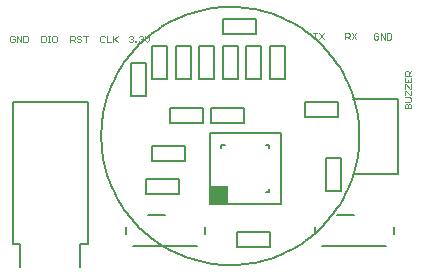
<source format=gto>
G75*
%MOIN*%
%OFA0B0*%
%FSLAX24Y24*%
%IPPOS*%
%LPD*%
%AMOC8*
5,1,8,0,0,1.08239X$1,22.5*
%
%ADD10C,0.0020*%
%ADD11C,0.0050*%
%ADD12C,0.0060*%
%ADD13R,0.0591X0.0591*%
%ADD14C,0.0080*%
D10*
X001145Y007624D02*
X001217Y007624D01*
X001253Y007660D01*
X001253Y007732D01*
X001181Y007732D01*
X001109Y007804D02*
X001109Y007660D01*
X001145Y007624D01*
X001326Y007624D02*
X001326Y007840D01*
X001471Y007624D01*
X001471Y007840D01*
X001544Y007840D02*
X001652Y007840D01*
X001688Y007804D01*
X001688Y007660D01*
X001652Y007624D01*
X001544Y007624D01*
X001544Y007840D01*
X001253Y007804D02*
X001217Y007840D01*
X001145Y007840D01*
X001109Y007804D01*
X002145Y007840D02*
X002145Y007624D01*
X002253Y007624D01*
X002289Y007660D01*
X002289Y007804D01*
X002253Y007840D01*
X002145Y007840D01*
X002362Y007840D02*
X002435Y007840D01*
X002399Y007840D02*
X002399Y007624D01*
X002435Y007624D02*
X002362Y007624D01*
X002508Y007660D02*
X002508Y007804D01*
X002544Y007840D01*
X002616Y007840D01*
X002652Y007804D01*
X002652Y007660D01*
X002616Y007624D01*
X002544Y007624D01*
X002508Y007660D01*
X003109Y007624D02*
X003109Y007840D01*
X003217Y007840D01*
X003253Y007804D01*
X003253Y007732D01*
X003217Y007696D01*
X003109Y007696D01*
X003181Y007696D02*
X003253Y007624D01*
X003326Y007660D02*
X003362Y007624D01*
X003434Y007624D01*
X003471Y007660D01*
X003471Y007696D01*
X003434Y007732D01*
X003362Y007732D01*
X003326Y007768D01*
X003326Y007804D01*
X003362Y007840D01*
X003434Y007840D01*
X003471Y007804D01*
X003544Y007840D02*
X003688Y007840D01*
X003616Y007840D02*
X003616Y007624D01*
X004109Y007660D02*
X004145Y007624D01*
X004217Y007624D01*
X004253Y007660D01*
X004326Y007624D02*
X004471Y007624D01*
X004544Y007624D02*
X004544Y007840D01*
X004580Y007732D02*
X004688Y007624D01*
X004544Y007696D02*
X004688Y007840D01*
X004326Y007840D02*
X004326Y007624D01*
X004253Y007804D02*
X004217Y007840D01*
X004145Y007840D01*
X004109Y007804D01*
X004109Y007660D01*
X005054Y007660D02*
X005090Y007624D01*
X005163Y007624D01*
X005199Y007660D01*
X005199Y007696D01*
X005163Y007732D01*
X005126Y007732D01*
X005163Y007732D02*
X005199Y007768D01*
X005199Y007804D01*
X005163Y007840D01*
X005090Y007840D01*
X005054Y007804D01*
X005272Y007660D02*
X005308Y007660D01*
X005308Y007624D01*
X005272Y007624D01*
X005272Y007660D01*
X005381Y007660D02*
X005417Y007624D01*
X005489Y007624D01*
X005525Y007660D01*
X005525Y007696D01*
X005489Y007732D01*
X005453Y007732D01*
X005489Y007732D02*
X005525Y007768D01*
X005525Y007804D01*
X005489Y007840D01*
X005417Y007840D01*
X005381Y007804D01*
X005598Y007840D02*
X005598Y007696D01*
X005670Y007624D01*
X005742Y007696D01*
X005742Y007840D01*
X011188Y007941D02*
X011332Y007941D01*
X011260Y007941D02*
X011260Y007724D01*
X011405Y007724D02*
X011550Y007941D01*
X011405Y007941D02*
X011550Y007724D01*
X012271Y007724D02*
X012271Y007941D01*
X012379Y007941D01*
X012415Y007905D01*
X012415Y007833D01*
X012379Y007797D01*
X012271Y007797D01*
X012343Y007797D02*
X012415Y007724D01*
X012488Y007724D02*
X012632Y007941D01*
X012488Y007941D02*
X012632Y007724D01*
X013235Y007758D02*
X013271Y007722D01*
X013343Y007722D01*
X013379Y007758D01*
X013379Y007831D01*
X013307Y007831D01*
X013379Y007903D02*
X013343Y007939D01*
X013271Y007939D01*
X013235Y007903D01*
X013235Y007758D01*
X013452Y007722D02*
X013452Y007939D01*
X013596Y007722D01*
X013596Y007939D01*
X013670Y007939D02*
X013778Y007939D01*
X013814Y007903D01*
X013814Y007758D01*
X013778Y007722D01*
X013670Y007722D01*
X013670Y007939D01*
X014298Y006660D02*
X014370Y006660D01*
X014406Y006624D01*
X014406Y006516D01*
X014406Y006588D02*
X014478Y006660D01*
X014298Y006660D02*
X014262Y006624D01*
X014262Y006516D01*
X014478Y006516D01*
X014478Y006442D02*
X014478Y006298D01*
X014262Y006298D01*
X014262Y006442D01*
X014370Y006370D02*
X014370Y006298D01*
X014298Y006225D02*
X014442Y006081D01*
X014478Y006081D01*
X014478Y006225D01*
X014298Y006225D02*
X014262Y006225D01*
X014262Y006081D01*
X014262Y006007D02*
X014298Y006007D01*
X014442Y005863D01*
X014478Y005863D01*
X014478Y006007D01*
X014262Y006007D02*
X014262Y005863D01*
X014262Y005790D02*
X014442Y005790D01*
X014478Y005754D01*
X014478Y005682D01*
X014442Y005646D01*
X014262Y005646D01*
X014298Y005572D02*
X014334Y005572D01*
X014370Y005536D01*
X014370Y005428D01*
X014478Y005428D02*
X014478Y005536D01*
X014442Y005572D01*
X014406Y005572D01*
X014370Y005536D01*
X014298Y005572D02*
X014262Y005536D01*
X014262Y005428D01*
X014478Y005428D01*
D11*
X001445Y000899D02*
X001195Y000899D01*
X001195Y005649D01*
X003695Y005649D01*
X003695Y000899D01*
X003445Y000899D01*
X003445Y000149D01*
X001445Y000149D02*
X001445Y000899D01*
X005629Y002582D02*
X005629Y003082D01*
X006729Y003082D01*
X006729Y002582D01*
X005629Y002582D01*
X005826Y003665D02*
X005826Y004165D01*
X006926Y004165D01*
X006926Y003665D01*
X005826Y003665D01*
X006416Y004945D02*
X006416Y005445D01*
X007516Y005445D01*
X007516Y004945D01*
X006416Y004945D01*
X007754Y004604D02*
X010116Y004604D01*
X010116Y002242D01*
X007754Y002242D01*
X007754Y004604D01*
X007794Y004945D02*
X007794Y005445D01*
X008894Y005445D01*
X008894Y004945D01*
X007794Y004945D01*
X004143Y004506D02*
X004145Y004637D01*
X004151Y004767D01*
X004161Y004897D01*
X004175Y005027D01*
X004192Y005156D01*
X004214Y005285D01*
X004240Y005413D01*
X004269Y005540D01*
X004302Y005666D01*
X004340Y005791D01*
X004380Y005915D01*
X004425Y006038D01*
X004473Y006159D01*
X004525Y006279D01*
X004581Y006397D01*
X004640Y006513D01*
X004703Y006628D01*
X004769Y006740D01*
X004838Y006851D01*
X004911Y006959D01*
X004987Y007065D01*
X005067Y007169D01*
X005149Y007270D01*
X005234Y007369D01*
X005323Y007465D01*
X005414Y007558D01*
X005508Y007649D01*
X005605Y007736D01*
X005704Y007821D01*
X005806Y007902D01*
X005910Y007981D01*
X006017Y008056D01*
X006126Y008128D01*
X006237Y008197D01*
X006350Y008262D01*
X006465Y008324D01*
X006582Y008382D01*
X006700Y008437D01*
X006820Y008488D01*
X006942Y008535D01*
X007065Y008579D01*
X007189Y008619D01*
X007314Y008655D01*
X007441Y008688D01*
X007568Y008716D01*
X007696Y008741D01*
X007825Y008761D01*
X007955Y008778D01*
X008084Y008791D01*
X008215Y008800D01*
X008345Y008805D01*
X008476Y008806D01*
X008606Y008803D01*
X008736Y008796D01*
X008867Y008785D01*
X008996Y008770D01*
X009125Y008752D01*
X009254Y008729D01*
X009382Y008702D01*
X009509Y008672D01*
X009635Y008638D01*
X009759Y008600D01*
X009883Y008558D01*
X010005Y008512D01*
X010126Y008463D01*
X010245Y008410D01*
X010363Y008353D01*
X010479Y008293D01*
X010593Y008230D01*
X010705Y008163D01*
X010815Y008093D01*
X010923Y008019D01*
X011028Y007942D01*
X011131Y007862D01*
X011232Y007779D01*
X011330Y007693D01*
X011425Y007604D01*
X011518Y007512D01*
X011608Y007417D01*
X011695Y007320D01*
X011779Y007220D01*
X011859Y007117D01*
X011937Y007012D01*
X012012Y006905D01*
X012083Y006796D01*
X012150Y006684D01*
X012215Y006571D01*
X012276Y006455D01*
X012333Y006338D01*
X012387Y006219D01*
X012437Y006099D01*
X012484Y005977D01*
X012526Y005853D01*
X012565Y005729D01*
X012601Y005603D01*
X012632Y005476D01*
X012660Y005349D01*
X012683Y005221D01*
X012703Y005092D01*
X012719Y004962D01*
X012731Y004832D01*
X012739Y004702D01*
X012743Y004571D01*
X012743Y004441D01*
X012739Y004310D01*
X012731Y004180D01*
X012719Y004050D01*
X012703Y003920D01*
X012683Y003791D01*
X012660Y003663D01*
X012632Y003536D01*
X012601Y003409D01*
X012565Y003283D01*
X012526Y003159D01*
X012484Y003035D01*
X012437Y002913D01*
X012387Y002793D01*
X012333Y002674D01*
X012276Y002557D01*
X012215Y002441D01*
X012150Y002328D01*
X012083Y002216D01*
X012012Y002107D01*
X011937Y002000D01*
X011859Y001895D01*
X011779Y001792D01*
X011695Y001692D01*
X011608Y001595D01*
X011518Y001500D01*
X011425Y001408D01*
X011330Y001319D01*
X011232Y001233D01*
X011131Y001150D01*
X011028Y001070D01*
X010923Y000993D01*
X010815Y000919D01*
X010705Y000849D01*
X010593Y000782D01*
X010479Y000719D01*
X010363Y000659D01*
X010245Y000602D01*
X010126Y000549D01*
X010005Y000500D01*
X009883Y000454D01*
X009759Y000412D01*
X009635Y000374D01*
X009509Y000340D01*
X009382Y000310D01*
X009254Y000283D01*
X009125Y000260D01*
X008996Y000242D01*
X008867Y000227D01*
X008736Y000216D01*
X008606Y000209D01*
X008476Y000206D01*
X008345Y000207D01*
X008215Y000212D01*
X008084Y000221D01*
X007955Y000234D01*
X007825Y000251D01*
X007696Y000271D01*
X007568Y000296D01*
X007441Y000324D01*
X007314Y000357D01*
X007189Y000393D01*
X007065Y000433D01*
X006942Y000477D01*
X006820Y000524D01*
X006700Y000575D01*
X006582Y000630D01*
X006465Y000688D01*
X006350Y000750D01*
X006237Y000815D01*
X006126Y000884D01*
X006017Y000956D01*
X005910Y001031D01*
X005806Y001110D01*
X005704Y001191D01*
X005605Y001276D01*
X005508Y001363D01*
X005414Y001454D01*
X005323Y001547D01*
X005234Y001643D01*
X005149Y001742D01*
X005067Y001843D01*
X004987Y001947D01*
X004911Y002053D01*
X004838Y002161D01*
X004769Y002272D01*
X004703Y002384D01*
X004640Y002499D01*
X004581Y002615D01*
X004525Y002733D01*
X004473Y002853D01*
X004425Y002974D01*
X004380Y003097D01*
X004340Y003221D01*
X004302Y003346D01*
X004269Y003472D01*
X004240Y003599D01*
X004214Y003727D01*
X004192Y003856D01*
X004175Y003985D01*
X004161Y004115D01*
X004151Y004245D01*
X004145Y004375D01*
X004143Y004506D01*
X005142Y005826D02*
X005642Y005826D01*
X005642Y006926D01*
X005142Y006926D01*
X005142Y005826D01*
X005831Y006416D02*
X005831Y007516D01*
X006331Y007516D01*
X006331Y006416D01*
X005831Y006416D01*
X006618Y006416D02*
X006618Y007516D01*
X007118Y007516D01*
X007118Y006416D01*
X006618Y006416D01*
X007405Y006416D02*
X007405Y007516D01*
X007905Y007516D01*
X007905Y006416D01*
X007405Y006416D01*
X008193Y006416D02*
X008693Y006416D01*
X008693Y007516D01*
X008193Y007516D01*
X008193Y006416D01*
X008980Y006416D02*
X009480Y006416D01*
X009480Y007516D01*
X008980Y007516D01*
X008980Y006416D01*
X009768Y006416D02*
X010268Y006416D01*
X010268Y007516D01*
X009768Y007516D01*
X009768Y006416D01*
X010944Y005642D02*
X012044Y005642D01*
X012044Y005142D01*
X010944Y005142D01*
X010944Y005642D01*
X012543Y005756D02*
X014043Y005756D01*
X014043Y003256D01*
X012543Y003256D01*
X012138Y003776D02*
X012138Y002676D01*
X011638Y002676D01*
X011638Y003776D01*
X012138Y003776D01*
X009780Y001311D02*
X008680Y001311D01*
X008680Y000811D01*
X009780Y000811D01*
X009780Y001311D01*
X009288Y007897D02*
X008188Y007897D01*
X008188Y008397D01*
X009288Y008397D01*
X009288Y007897D01*
D12*
X009615Y004213D02*
X009725Y004213D01*
X009725Y004103D01*
X008255Y004213D02*
X008145Y004213D01*
X008145Y004103D01*
X008145Y002743D02*
X008145Y002633D01*
X008255Y002633D01*
X009615Y002633D02*
X009725Y002633D01*
X009725Y002743D01*
D13*
X008049Y002537D03*
D14*
X007596Y001474D02*
X007596Y001238D01*
X007340Y000844D02*
X005214Y000844D01*
X004958Y001238D02*
X004958Y001474D01*
X005687Y001868D02*
X006277Y001868D01*
X011258Y001474D02*
X011258Y001238D01*
X011514Y000844D02*
X013640Y000844D01*
X013895Y001238D02*
X013895Y001474D01*
X012577Y001868D02*
X011986Y001868D01*
M02*

</source>
